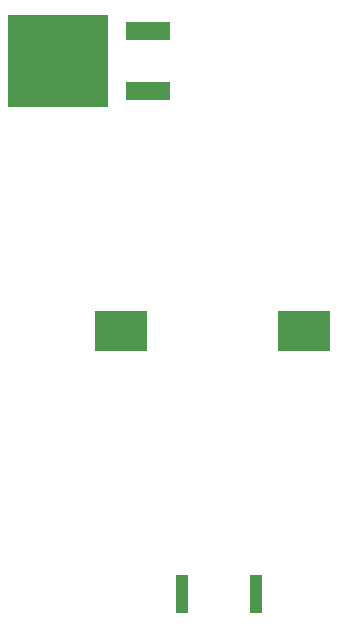
<source format=gbr>
G04 #@! TF.GenerationSoftware,KiCad,Pcbnew,5.0.2-bee76a0~70~ubuntu16.04.1*
G04 #@! TF.CreationDate,2018-12-03T21:57:15-05:00*
G04 #@! TF.ProjectId,BMS_balancing_test,424d535f-6261-46c6-916e-63696e675f74,rev?*
G04 #@! TF.SameCoordinates,Original*
G04 #@! TF.FileFunction,Paste,Top*
G04 #@! TF.FilePolarity,Positive*
%FSLAX46Y46*%
G04 Gerber Fmt 4.6, Leading zero omitted, Abs format (unit mm)*
G04 Created by KiCad (PCBNEW 5.0.2-bee76a0~70~ubuntu16.04.1) date Mon 03 Dec 2018 09:57:15 PM EST*
%MOMM*%
%LPD*%
G01*
G04 APERTURE LIST*
%ADD10R,1.000000X3.200000*%
%ADD11R,4.500000X3.400000*%
%ADD12R,3.810000X1.650000*%
%ADD13R,8.510000X7.870000*%
G04 APERTURE END LIST*
D10*
G04 #@! TO.C,R1*
X90870369Y-101013552D03*
X84670369Y-101013552D03*
G04 #@! TD*
D11*
G04 #@! TO.C,R2*
X94990000Y-78740000D03*
X79490000Y-78740000D03*
G04 #@! TD*
D12*
G04 #@! TO.C,R3*
X81785000Y-58420000D03*
X81785000Y-53340000D03*
D13*
X74160000Y-55880000D03*
G04 #@! TD*
M02*

</source>
